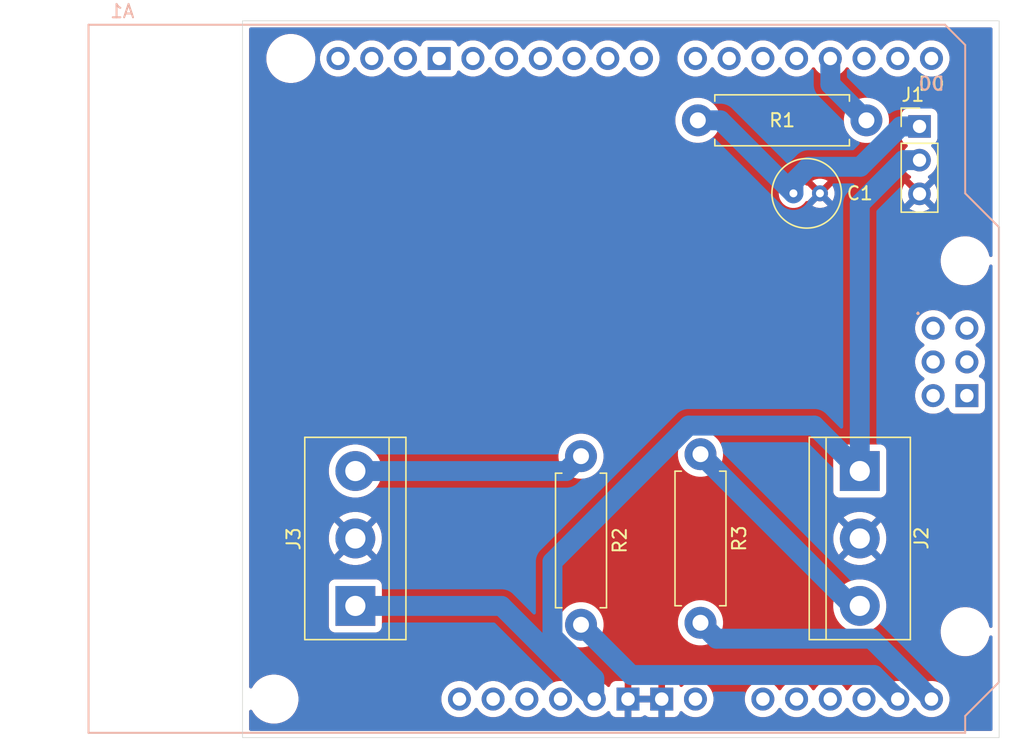
<source format=kicad_pcb>
(kicad_pcb (version 20241229) (generator "pcbnew") (generator_version "9.0")
  (title_block (title "Solar Tracking System") (date "2025-09-27") (rev "0"))
  (layers (0 "F.Cu" signal) (2 "B.Cu" signal) (13 "F.Paste" user) (15 "B.Paste" user) (5 "F.SilkS" user "F.Silkscreen") (7 "B.SilkS" user "B.Silkscreen") (1 "F.Mask" user) (3 "B.Mask" user) (25 "Edge.Cuts" user))
  (net 0 "")
  (net 4 "Net-(A1-D3_INT1)")
  (net 12 "GND")
  (net 14 "Net-(A1-PadA4)")
  (net 17 "/5V_pin")
  (net 29 "Net-(A1-PadA5)")
  (net 37 "Net-(J1-Pin_1)")
  (net 38 "Net-(J2-Pin_3)")
  (net 39 "Net-(J3-Pin_3)")
  (footprint "Resistor_THT:R_Axial_DIN0411_L9.9mm_D3.6mm_P12.70mm_Horizontal" (layer "F.Cu") (at 157.5 66 180)
    (property "Reference" "R1" (at 6.35 0 0) (layer "F.SilkS"))
    (property "Value" "1k")
    (fp_line (start 11.42 1.92) (end 11.42 1.44) (stroke (width 0.12)) (layer "F.SilkS"))
    (fp_line (start 11.42 -1.92) (end 11.42 -1.44) (stroke (width 0.12)) (layer "F.SilkS"))
    (fp_line (start 1.28 1.92) (end 11.42 1.92) (stroke (width 0.12)) (layer "F.SilkS"))
    (fp_line (start 1.28 1.44) (end 1.28 1.92) (stroke (width 0.12)) (layer "F.SilkS"))
    (fp_line (start 1.28 -1.44) (end 1.28 -1.92) (stroke (width 0.12)) (layer "F.SilkS"))
    (fp_line (start 1.28 -1.92) (end 11.42 -1.92) (stroke (width 0.12)) (layer "F.SilkS"))
    (pad "1" thru_hole circle (at 0 0 180) (size 2.4 2.4) (drill 1.2) (layers "*.Cu" "*.Mask") (net 4 "Net-(A1-D3_INT1)"))
    (pad "2" thru_hole circle (at 12.7 0 180) (size 2.4 2.4) (drill 1.2) (layers "*.Cu" "*.Mask") (net 37 "Net-(J1-Pin_1)"))
  )
  (footprint "Resistor_THT:R_Axial_DIN0411_L9.9mm_D3.6mm_P12.70mm_Horizontal" (layer "F.Cu") (at 136 91.3 -90)
    (property "Reference" "R2" (at 6.35 -2.92 90) (layer "F.SilkS"))
    (property "Value" "R")
    (fp_line (start 1.28 1.92) (end 11.42 1.92) (stroke (width 0.12)) (layer "F.SilkS"))
    (fp_line (start 11.42 1.92) (end 11.42 1.44) (stroke (width 0.12)) (layer "F.SilkS"))
    (fp_line (start 1.28 1.44) (end 1.28 1.92) (stroke (width 0.12)) (layer "F.SilkS"))
    (fp_line (start 1.28 -1.44) (end 1.28 -1.92) (stroke (width 0.12)) (layer "F.SilkS"))
    (fp_line (start 1.28 -1.92) (end 11.42 -1.92) (stroke (width 0.12)) (layer "F.SilkS"))
    (fp_line (start 11.42 -1.92) (end 11.42 -1.44) (stroke (width 0.12)) (layer "F.SilkS"))
    (pad "1" thru_hole circle (at 0 0 270) (size 2.4 2.4) (drill 1.2) (layers "*.Cu" "*.Mask") (net 39 "Net-(J3-Pin_3)"))
    (pad "2" thru_hole circle (at 12.7 0 270) (size 2.4 2.4) (drill 1.2) (layers "*.Cu" "*.Mask") (net 14 "Net-(A1-PadA4)"))
  )
  (footprint "Connector_PinHeader_2.54mm:PinHeader_1x03_P2.54mm_Vertical" (layer "F.Cu") (at 161.5 66.46)
    (property "Reference" "J1" (at -0.5 -2.38 0) (layer "F.SilkS"))
    (property "Value" "Servo Pin Connector")
    (fp_line (start -1.38 -1.38) (end 0 -1.38) (stroke (width 0.12)) (layer "F.SilkS"))
    (fp_line (start -1.38 0) (end -1.38 -1.38) (stroke (width 0.12)) (layer "F.SilkS"))
    (fp_line (start -1.38 1.27) (end -1.38 6.46) (stroke (width 0.12)) (layer "F.SilkS"))
    (fp_line (start -1.38 1.27) (end 1.38 1.27) (stroke (width 0.12)) (layer "F.SilkS"))
    (fp_line (start -1.38 6.46) (end 1.38 6.46) (stroke (width 0.12)) (layer "F.SilkS"))
    (fp_line (start 1.38 1.27) (end 1.38 6.46) (stroke (width 0.12)) (layer "F.SilkS"))
    (pad "1" thru_hole rect (at 0 0) (size 1.7 1.7) (drill 1) (layers "*.Cu" "*.Mask") (net 37 "Net-(J1-Pin_1)"))
    (pad "2" thru_hole circle (at 0 2.54) (size 1.7 1.7) (drill 1) (layers "*.Cu" "*.Mask") (net 17 "/5V_pin"))
    (pad "3" thru_hole circle (at 0 5.08) (size 1.7 1.7) (drill 1) (layers "*.Cu" "*.Mask") (net 12 "GND"))
  )
  (footprint "TerminalBlock:TerminalBlock_bornier-3_P5.08mm" (layer "F.Cu") (at 157 92.42 -90)
    (property "Reference" "J2" (at 5.05 -4.65 90) (layer "F.SilkS"))
    (property "Value" "LDR Terminal")
    (fp_line (start -2.54 3.81) (end 12.7 3.81) (stroke (width 0.12)) (layer "F.SilkS"))
    (fp_line (start -2.54 3.81) (end -2.54 -3.81) (stroke (width 0.12)) (layer "F.SilkS"))
    (fp_line (start 12.7 3.81) (end 12.7 -3.81) (stroke (width 0.12)) (layer "F.SilkS"))
    (fp_line (start -2.54 2.54) (end 12.7 2.54) (stroke (width 0.12)) (layer "F.SilkS"))
    (fp_line (start -2.54 -3.81) (end 12.7 -3.81) (stroke (width 0.12)) (layer "F.SilkS"))
    (pad "1" thru_hole rect (at 0 0 270) (size 3 3) (drill 1.52) (layers "*.Cu" "*.Mask") (net 17 "/5V_pin"))
    (pad "2" thru_hole circle (at 5.08 0 270) (size 3 3) (drill 1.52) (layers "*.Cu" "*.Mask") (net 12 "GND"))
    (pad "3" thru_hole circle (at 10.16 0 270) (size 3 3) (drill 1.52) (layers "*.Cu" "*.Mask") (net 38 "Net-(J2-Pin_3)"))
  )
  (footprint "Capacitor_THT:C_Radial_D5.0mm_H7.0mm_P2.00mm" (layer "F.Cu") (at 152 71.5)
    (property "Reference" "C1" (at 5 0 0) (layer "F.SilkS"))
    (property "Value" "C")
    (fp_circle (center 1 0) (end 3.62 0) (stroke (width 0.12)) (fill no) (layer "F.SilkS"))
    (pad "1" thru_hole circle (at 0 0) (size 1.2 1.2) (drill 0.6) (layers "*.Cu" "*.Mask") (net 37 "Net-(J1-Pin_1)"))
    (pad "2" thru_hole circle (at 2 0) (size 1.2 1.2) (drill 0.6) (layers "*.Cu" "*.Mask") (net 12 "GND"))
  )
  (footprint "PCM_arduino-library:Arduino_Uno_R3_Shield" (layer "F.Cu") (at 98.9 112.14)
    (property "Reference" "A1" (at 2.54 -54.356 0) (layer "B.SilkS") (effects (justify mirror)))
    (property "Value" "Arduino_Uno_R3_Shield")
    (fp_line (start 0 -53.34) (end 0 0) (stroke (width 0.15)) (layer "B.SilkS"))
    (fp_line (start 0 -53.34) (end 64.516 -53.34) (stroke (width 0.15)) (layer "B.SilkS"))
    (fp_line (start 0 0) (end 66.04 0) (stroke (width 0.15)) (layer "B.SilkS"))
    (fp_line (start 64.516 -53.34) (end 66.04 -51.816) (stroke (width 0.15)) (layer "B.SilkS"))
    (fp_line (start 66.04 -40.64) (end 66.04 -51.816) (stroke (width 0.15)) (layer "B.SilkS"))
    (fp_line (start 66.04 -1.27) (end 68.58 -3.81) (stroke (width 0.15)) (layer "B.SilkS"))
    (fp_line (start 66.04 0) (end 66.04 -1.27) (stroke (width 0.15)) (layer "B.SilkS"))
    (fp_line (start 68.58 -38.1) (end 66.04 -40.64) (stroke (width 0.15)) (layer "B.SilkS"))
    (fp_line (start 68.58 -3.81) (end 68.58 -38.1) (stroke (width 0.15)) (layer "B.SilkS"))
    (fp_text user "." (at 62.484 -32.004 0) (layer "F.SilkS"))
    (fp_text user "D0" (at 63.5 -48.895 0) (layer "F.SilkS"))
    (fp_text user "D0" (at 63.5 -48.895 0) (layer "B.SilkS") (effects (justify mirror)))
    (fp_text user "." (at 62.484 -32.004 0) (layer "B.SilkS"))
    (pad "" np_thru_hole circle (at 13.97 -2.54) (size 3.2 3.2) (drill 3.2) (layers "*.Cu" "*.Mask"))
    (pad "" np_thru_hole circle (at 15.24 -50.8) (size 3.2 3.2) (drill 3.2) (layers "*.Cu" "*.Mask"))
    (pad "" thru_hole oval (at 27.94 -2.54) (size 1.7272 1.7272) (drill 1.016) (layers "*.Cu" "*.Mask"))
    (pad "" np_thru_hole circle (at 66.04 -35.56) (size 3.2 3.2) (drill 3.2) (layers "*.Cu" "*.Mask"))
    (pad "" np_thru_hole circle (at 66.04 -7.62) (size 3.2 3.2) (drill 3.2) (layers "*.Cu" "*.Mask"))
    (pad "3V3" thru_hole oval (at 35.56 -2.54) (size 1.7272 1.7272) (drill 1.016) (layers "*.Cu" "*.Mask"))
    (pad "5V1" thru_hole oval (at 38.1 -2.54) (size 1.7272 1.7272) (drill 1.016) (layers "*.Cu" "*.Mask") (net 17 "/5V_pin"))
    (pad "5V2" thru_hole oval (at 66.167 -30.48) (size 1.7272 1.7272) (drill 1.016) (layers "*.Cu" "*.Mask"))
    (pad "A0" thru_hole oval (at 50.8 -2.54) (size 1.7272 1.7272) (drill 1.016) (layers "*.Cu" "*.Mask"))
    (pad "A1" thru_hole oval (at 53.34 -2.54) (size 1.7272 1.7272) (drill 1.016) (layers "*.Cu" "*.Mask"))
    (pad "A2" thru_hole oval (at 55.88 -2.54) (size 1.7272 1.7272) (drill 1.016) (layers "*.Cu" "*.Mask"))
    (pad "A3" thru_hole oval (at 58.42 -2.54) (size 1.7272 1.7272) (drill 1.016) (layers "*.Cu" "*.Mask"))
    (pad "A4" thru_hole oval (at 60.96 -2.54) (size 1.7272 1.7272) (drill 1.016) (layers "*.Cu" "*.Mask") (net 14 "Net-(A1-PadA4)"))
    (pad "A5" thru_hole oval (at 63.5 -2.54) (size 1.7272 1.7272) (drill 1.016) (layers "*.Cu" "*.Mask") (net 29 "Net-(A1-PadA5)"))
    (pad "AREF" thru_hole oval (at 23.876 -50.8) (size 1.7272 1.7272) (drill 1.016) (layers "*.Cu" "*.Mask"))
    (pad "D0" thru_hole oval (at 63.5 -50.8) (size 1.7272 1.7272) (drill 1.016) (layers "*.Cu" "*.Mask"))
    (pad "D1" thru_hole oval (at 60.96 -50.8) (size 1.7272 1.7272) (drill 1.016) (layers "*.Cu" "*.Mask"))
    (pad "D2" thru_hole oval (at 58.42 -50.8) (size 1.7272 1.7272) (drill 1.016) (layers "*.Cu" "*.Mask"))
    (pad "D3" thru_hole oval (at 55.88 -50.8) (size 1.7272 1.7272) (drill 1.016) (layers "*.Cu" "*.Mask") (net 4 "Net-(A1-D3_INT1)"))
    (pad "D4" thru_hole oval (at 53.34 -50.8) (size 1.7272 1.7272) (drill 1.016) (layers "*.Cu" "*.Mask"))
    (pad "D5" thru_hole oval (at 50.8 -50.8) (size 1.7272 1.7272) (drill 1.016) (layers "*.Cu" "*.Mask"))
    (pad "D6" thru_hole oval (at 48.26 -50.8) (size 1.7272 1.7272) (drill 1.016) (layers "*.Cu" "*.Mask"))
    (pad "D7" thru_hole oval (at 45.72 -50.8) (size 1.7272 1.7272) (drill 1.016) (layers "*.Cu" "*.Mask"))
    (pad "D8" thru_hole oval (at 41.656 -50.8) (size 1.7272 1.7272) (drill 1.016) (layers "*.Cu" "*.Mask"))
    (pad "D9" thru_hole oval (at 39.116 -50.8) (size 1.7272 1.7272) (drill 1.016) (layers "*.Cu" "*.Mask"))
    (pad "D10" thru_hole oval (at 36.576 -50.8) (size 1.7272 1.7272) (drill 1.016) (layers "*.Cu" "*.Mask"))
    (pad "D11" thru_hole oval (at 34.036 -50.8) (size 1.7272 1.7272) (drill 1.016) (layers "*.Cu" "*.Mask"))
    (pad "D12" thru_hole oval (at 31.496 -50.8) (size 1.7272 1.7272) (drill 1.016) (layers "*.Cu" "*.Mask"))
    (pad "D13" thru_hole oval (at 28.956 -50.8) (size 1.7272 1.7272) (drill 1.016) (layers "*.Cu" "*.Mask"))
    (pad "GND1" thru_hole rect (at 26.416 -50.8) (size 1.7272 1.7272) (drill 1.016) (layers "*.Cu" "*.Mask"))
    (pad "GND2" thru_hole rect (at 40.64 -2.54) (size 1.7272 1.7272) (drill 1.016) (layers "*.Cu" "*.Mask") (net 12 "GND"))
    (pad "GND3" thru_hole rect (at 43.18 -2.54) (size 1.7272 1.7272) (drill 1.016) (layers "*.Cu" "*.Mask") (net 12 "GND"))
    (pad "GND4" thru_hole rect (at 66.167 -25.4) (size 1.7272 1.7272) (drill 1.016) (layers "*.Cu" "*.Mask"))
    (pad "IORF" thru_hole oval (at 30.48 -2.54) (size 1.7272 1.7272) (drill 1.016) (layers "*.Cu" "*.Mask"))
    (pad "MISO" thru_hole oval (at 63.627 -30.48) (size 1.7272 1.7272) (drill 1.016) (layers "*.Cu" "*.Mask"))
    (pad "MOSI" thru_hole oval (at 66.167 -27.94) (size 1.7272 1.7272) (drill 1.016) (layers "*.Cu" "*.Mask"))
    (pad "RST1" thru_hole oval (at 33.02 -2.54) (size 1.7272 1.7272) (drill 1.016) (layers "*.Cu" "*.Mask"))
    (pad "RST2" thru_hole oval (at 63.627 -25.4) (size 1.7272 1.7272) (drill 1.016) (layers "*.Cu" "*.Mask"))
    (pad "SCK" thru_hole oval (at 63.627 -27.94) (size 1.7272 1.7272) (drill 1.016) (layers "*.Cu" "*.Mask"))
    (pad "SCL" thru_hole oval (at 18.796 -50.8) (size 1.7272 1.7272) (drill 1.016) (layers "*.Cu" "*.Mask"))
    (pad "SDA" thru_hole oval (at 21.336 -50.8) (size 1.7272 1.7272) (drill 1.016) (layers "*.Cu" "*.Mask"))
    (pad "VIN" thru_hole oval (at 45.72 -2.54) (size 1.7272 1.7272) (drill 1.016) (layers "*.Cu" "*.Mask"))
  )
  (footprint "Resistor_THT:R_Axial_DIN0411_L9.9mm_D3.6mm_P12.70mm_Horizontal" (layer "F.Cu") (at 145 91.15 -90)
    (property "Reference" "R3" (at 6.35 -2.92 90) (layer "F.SilkS"))
    (property "Value" "R")
    (fp_line (start 1.28 1.92) (end 11.42 1.92) (stroke (width 0.12)) (layer "F.SilkS"))
    (fp_line (start 11.42 1.92) (end 11.42 1.44) (stroke (width 0.12)) (layer "F.SilkS"))
    (fp_line (start 1.28 1.44) (end 1.28 1.92) (stroke (width 0.12)) (layer "F.SilkS"))
    (fp_line (start 1.28 -1.44) (end 1.28 -1.92) (stroke (width 0.12)) (layer "F.SilkS"))
    (fp_line (start 1.28 -1.92) (end 11.42 -1.92) (stroke (width 0.12)) (layer "F.SilkS"))
    (fp_line (start 11.42 -1.92) (end 11.42 -1.44) (stroke (width 0.12)) (layer "F.SilkS"))
    (pad "1" thru_hole circle (at 0 0 270) (size 2.4 2.4) (drill 1.2) (layers "*.Cu" "*.Mask") (net 38 "Net-(J2-Pin_3)"))
    (pad "2" thru_hole circle (at 12.7 0 270) (size 2.4 2.4) (drill 1.2) (layers "*.Cu" "*.Mask") (net 29 "Net-(A1-PadA5)"))
  )
  (footprint "TerminalBlock:TerminalBlock_bornier-3_P5.08mm" (layer "F.Cu") (at 119 102.58 90)
    (property "Reference" "J3" (at 5.05 -4.65 90) (layer "F.SilkS"))
    (property "Value" "LDR Terminal (1)")
    (fp_line (start -2.54 -3.81) (end 12.7 -3.81) (stroke (width 0.12)) (layer "F.SilkS"))
    (fp_line (start -2.54 2.54) (end 12.7 2.54) (stroke (width 0.12)) (layer "F.SilkS"))
    (fp_line (start 12.7 3.81) (end 12.7 -3.81) (stroke (width 0.12)) (layer "F.SilkS"))
    (fp_line (start -2.54 3.81) (end -2.54 -3.81) (stroke (width 0.12)) (layer "F.SilkS"))
    (fp_line (start -2.54 3.81) (end 12.7 3.81) (stroke (width 0.12)) (layer "F.SilkS"))
    (pad "1" thru_hole rect (at 0 0 90) (size 3 3) (drill 1.52) (layers "*.Cu" "*.Mask") (net 17 "/5V_pin"))
    (pad "2" thru_hole circle (at 5.08 0 90) (size 3 3) (drill 1.52) (layers "*.Cu" "*.Mask") (net 12 "GND"))
    (pad "3" thru_hole circle (at 10.16 0 90) (size 3 3) (drill 1.52) (layers "*.Cu" "*.Mask") (net 39 "Net-(J3-Pin_3)"))
  )
  (gr_rect (start 110.5 58.5) (end 167.5 112.5) (stroke (width 0.05)) (fill no) (layer "Edge.Cuts"))
  (segment (start 154.78 63.28) (end 154.78 61.34) (width 1.5) (layer "B.Cu") (net 4))
  (segment (start 157.5 66) (end 154.78 63.28) (width 1.5) (layer "B.Cu") (net 4))
  (segment (start 139.54 109.6) (end 142.08 109.6) (width 0.2) (layer "F.Cu") (net 12))
  (segment (start 154.04 71.54) (end 154 71.5) (width 0.2) (layer "B.Cu") (net 12))
  (segment (start 159.86 109.573768) (end 159.86 109.6) (width 1.5) (layer "B.Cu") (net 14))
  (segment (start 136 104) (end 139.7854 107.7854) (width 1.5) (layer "B.Cu") (net 14))
  (segment (start 158.071632 107.7854) (end 159.86 109.573768) (width 1.5) (layer "B.Cu") (net 14))
  (segment (start 139.7854 107.7854) (end 158.071632 107.7854) (width 1.5) (layer "B.Cu") (net 14))
  (segment (start 137 109.6) (end 137 108.041974) (width 1.5) (layer "B.Cu") (net 17))
  (segment (start 133.849 104.890974) (end 133.849 99.259026) (width 1.5) (layer "B.Cu") (net 17))
  (segment (start 130.006232 102.58) (end 137 109.573768) (width 1.5) (layer "B.Cu") (net 17))
  (segment (start 153.579 88.999) (end 157 92.42) (width 1.5) (layer "B.Cu") (net 17))
  (segment (start 160.297919 69) (end 157 72.297919) (width 1.5) (layer "B.Cu") (net 17))
  (segment (start 137 108.041974) (end 133.849 104.890974) (width 1.5) (layer "B.Cu") (net 17))
  (segment (start 157 72.297919) (end 157 92.42) (width 1.5) (layer "B.Cu") (net 17))
  (segment (start 144.109026 88.999) (end 153.579 88.999) (width 1.5) (layer "B.Cu") (net 17))
  (segment (start 133.849 99.259026) (end 144.109026 88.999) (width 1.5) (layer "B.Cu") (net 17))
  (segment (start 161.5 69) (end 160.297919 69) (width 1.5) (layer "B.Cu") (net 17))
  (segment (start 119 102.58) (end 130.006232 102.58) (width 1.5) (layer "B.Cu") (net 17))
  (segment (start 137 109.573768) (end 137 109.6) (width 1.5) (layer "B.Cu") (net 17))
  (segment (start 162.4 109.573768) (end 162.4 109.6) (width 1.5) (layer "B.Cu") (net 29))
  (segment (start 146.2 105.05) (end 157.876232 105.05) (width 1.5) (layer "B.Cu") (net 29))
  (segment (start 157.876232 105.05) (end 162.4 109.573768) (width 1.5) (layer "B.Cu") (net 29))
  (segment (start 145 103.85) (end 146.2 105.05) (width 1.5) (layer "B.Cu") (net 29))
  (segment (start 146.5 66) (end 152 71.5) (width 1.5) (layer "B.Cu") (net 37))
  (segment (start 160.081974 66.46) (end 157.041974 69.5) (width 1.5) (layer "B.Cu") (net 37))
  (segment (start 161.5 66.46) (end 160.081974 66.46) (width 1.5) (layer "B.Cu") (net 37))
  (segment (start 153.151472 69.5) (end 152 70.651472) (width 1.5) (layer "B.Cu") (net 37))
  (segment (start 144.8 66) (end 146.5 66) (width 1.5) (layer "B.Cu") (net 37))
  (segment (start 152 70.651472) (end 152 71.5) (width 1.5) (layer "B.Cu") (net 37))
  (segment (start 157.041974 69.5) (end 153.151472 69.5) (width 1.5) (layer "B.Cu") (net 37))
  (segment (start 156.43 102.58) (end 157 102.58) (width 1.5) (layer "B.Cu") (net 38))
  (segment (start 145 91.15) (end 156.43 102.58) (width 1.5) (layer "B.Cu") (net 38))
  (segment (start 134.88 92.42) (end 136 91.3) (width 1.5) (layer "B.Cu") (net 39))
  (segment (start 119 92.42) (end 134.88 92.42) (width 1.5) (layer "B.Cu") (net 39))
  (zone (net 12) (net_name "GND") (layers "F.Cu" "B.Cu") (connect_pads (clearance 0.5)) (min_thickness 0.25) (fill yes (thermal_gap 0.5) (thermal_bridge_width 0.5))
    (polygon (pts (xy 110 58) (xy 110 113) (xy 168 113) (xy 168 58)))
  )
)
</source>
